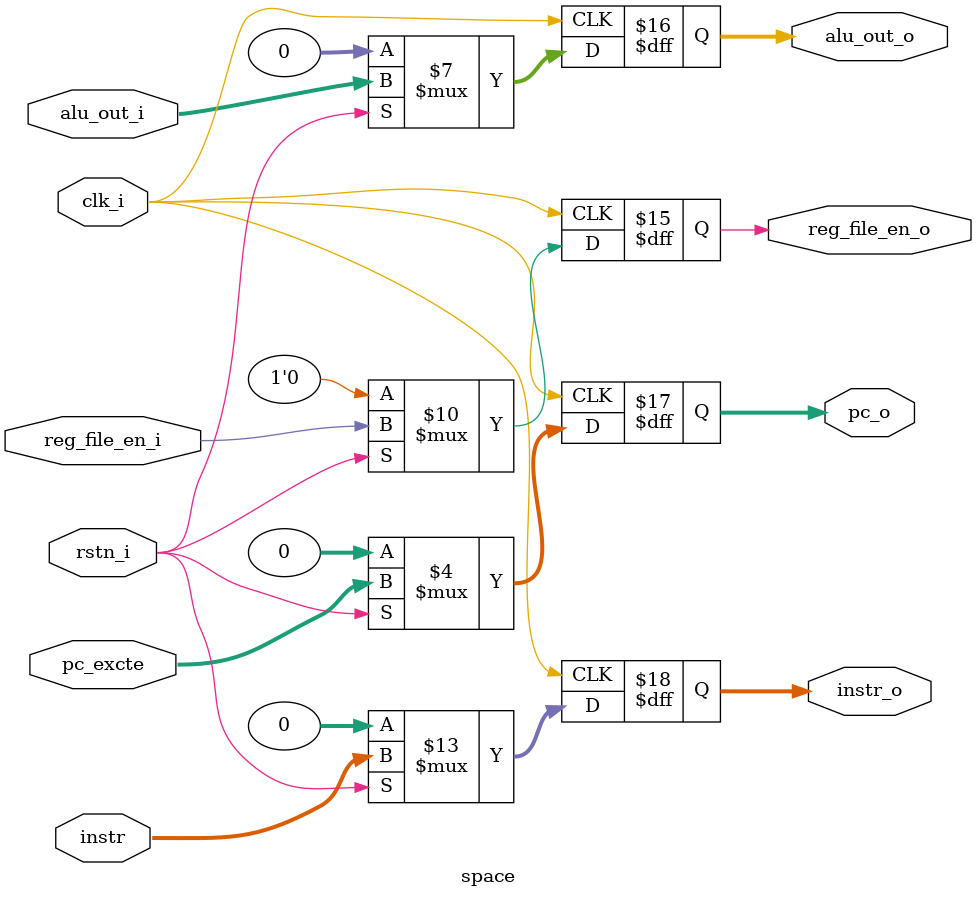
<source format=sv>
`timescale 1 ns / 1 ps
module space 
(
    input  logic clk_i,
    input  logic rstn_i,     
    input  logic [31:0] instr, // execute dan al
    input  logic reg_file_en_i, // execute dan al       
    input  logic [31:0] alu_out_i, // execute dan al
    input  logic [31:0] pc_excte, // execute dan al    
    output logic reg_file_en_o,  // write back ver 
    output logic [31:0] alu_out_o,    // write back ver  
    output logic [31:0] pc_o, // write back ver
    output logic [31:0] instr_o // write back ver 
);

    always_ff @(posedge clk_i) begin // pipelined
        if (rstn_i == 0) begin
            instr_o <= 32'b0;
            reg_file_en_o <= 0;
            alu_out_o <= 32'b0;
            pc_o <= 32'b0;
        end else begin
            instr_o <= instr;  
            pc_o <= pc_excte;
            reg_file_en_o <= reg_file_en_i;
            alu_out_o <= alu_out_i;          
        end
    end
      
endmodule

</source>
